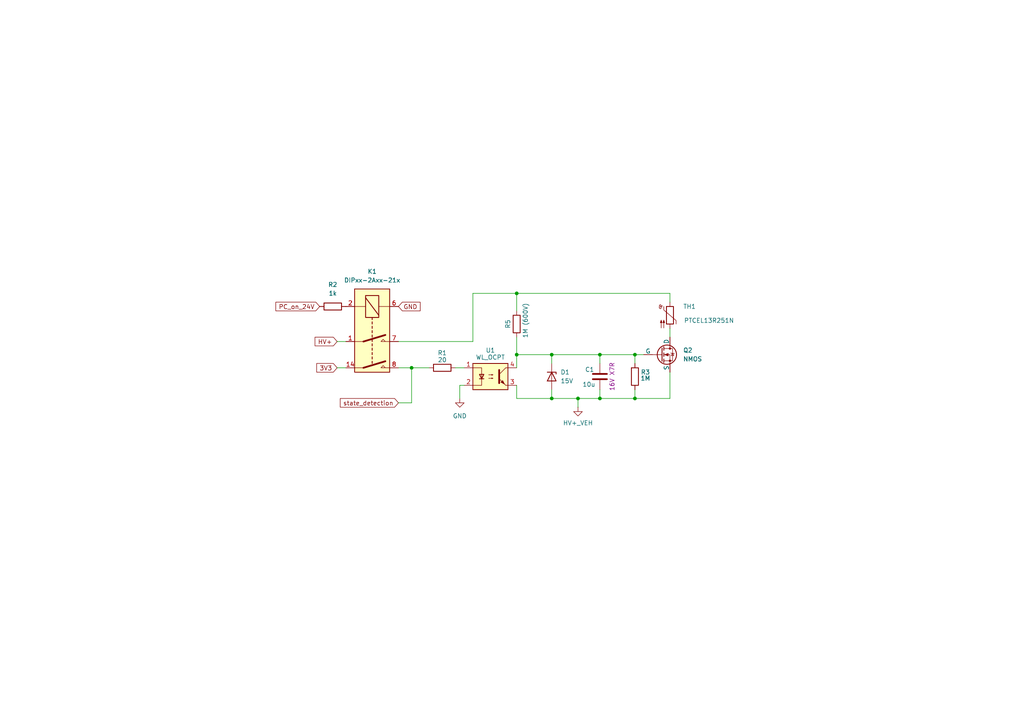
<source format=kicad_sch>
(kicad_sch
	(version 20231120)
	(generator "eeschema")
	(generator_version "8.0")
	(uuid "ab3adbd4-6086-4416-bada-760da338c591")
	(paper "A4")
	(lib_symbols
		(symbol "Device:C"
			(pin_numbers hide)
			(pin_names
				(offset 0.254)
			)
			(exclude_from_sim no)
			(in_bom yes)
			(on_board yes)
			(property "Reference" "C"
				(at 0.635 2.54 0)
				(effects
					(font
						(size 1.27 1.27)
					)
					(justify left)
				)
			)
			(property "Value" "C"
				(at 0.635 -2.54 0)
				(effects
					(font
						(size 1.27 1.27)
					)
					(justify left)
				)
			)
			(property "Footprint" ""
				(at 0.9652 -3.81 0)
				(effects
					(font
						(size 1.27 1.27)
					)
					(hide yes)
				)
			)
			(property "Datasheet" "~"
				(at 0 0 0)
				(effects
					(font
						(size 1.27 1.27)
					)
					(hide yes)
				)
			)
			(property "Description" "Unpolarized capacitor"
				(at 0 0 0)
				(effects
					(font
						(size 1.27 1.27)
					)
					(hide yes)
				)
			)
			(property "ki_keywords" "cap capacitor"
				(at 0 0 0)
				(effects
					(font
						(size 1.27 1.27)
					)
					(hide yes)
				)
			)
			(property "ki_fp_filters" "C_*"
				(at 0 0 0)
				(effects
					(font
						(size 1.27 1.27)
					)
					(hide yes)
				)
			)
			(symbol "C_0_1"
				(polyline
					(pts
						(xy -2.032 -0.762) (xy 2.032 -0.762)
					)
					(stroke
						(width 0.508)
						(type default)
					)
					(fill
						(type none)
					)
				)
				(polyline
					(pts
						(xy -2.032 0.762) (xy 2.032 0.762)
					)
					(stroke
						(width 0.508)
						(type default)
					)
					(fill
						(type none)
					)
				)
			)
			(symbol "C_1_1"
				(pin passive line
					(at 0 3.81 270)
					(length 2.794)
					(name "~"
						(effects
							(font
								(size 1.27 1.27)
							)
						)
					)
					(number "1"
						(effects
							(font
								(size 1.27 1.27)
							)
						)
					)
				)
				(pin passive line
					(at 0 -3.81 90)
					(length 2.794)
					(name "~"
						(effects
							(font
								(size 1.27 1.27)
							)
						)
					)
					(number "2"
						(effects
							(font
								(size 1.27 1.27)
							)
						)
					)
				)
			)
		)
		(symbol "Device:D_Zener"
			(pin_numbers hide)
			(pin_names
				(offset 1.016) hide)
			(exclude_from_sim no)
			(in_bom yes)
			(on_board yes)
			(property "Reference" "D"
				(at 0 2.54 0)
				(effects
					(font
						(size 1.27 1.27)
					)
				)
			)
			(property "Value" "D_Zener"
				(at 0 -2.54 0)
				(effects
					(font
						(size 1.27 1.27)
					)
				)
			)
			(property "Footprint" ""
				(at 0 0 0)
				(effects
					(font
						(size 1.27 1.27)
					)
					(hide yes)
				)
			)
			(property "Datasheet" "~"
				(at 0 0 0)
				(effects
					(font
						(size 1.27 1.27)
					)
					(hide yes)
				)
			)
			(property "Description" "Zener diode"
				(at 0 0 0)
				(effects
					(font
						(size 1.27 1.27)
					)
					(hide yes)
				)
			)
			(property "ki_keywords" "diode"
				(at 0 0 0)
				(effects
					(font
						(size 1.27 1.27)
					)
					(hide yes)
				)
			)
			(property "ki_fp_filters" "TO-???* *_Diode_* *SingleDiode* D_*"
				(at 0 0 0)
				(effects
					(font
						(size 1.27 1.27)
					)
					(hide yes)
				)
			)
			(symbol "D_Zener_0_1"
				(polyline
					(pts
						(xy 1.27 0) (xy -1.27 0)
					)
					(stroke
						(width 0)
						(type default)
					)
					(fill
						(type none)
					)
				)
				(polyline
					(pts
						(xy -1.27 -1.27) (xy -1.27 1.27) (xy -0.762 1.27)
					)
					(stroke
						(width 0.254)
						(type default)
					)
					(fill
						(type none)
					)
				)
				(polyline
					(pts
						(xy 1.27 -1.27) (xy 1.27 1.27) (xy -1.27 0) (xy 1.27 -1.27)
					)
					(stroke
						(width 0.254)
						(type default)
					)
					(fill
						(type none)
					)
				)
			)
			(symbol "D_Zener_1_1"
				(pin passive line
					(at -3.81 0 0)
					(length 2.54)
					(name "K"
						(effects
							(font
								(size 1.27 1.27)
							)
						)
					)
					(number "1"
						(effects
							(font
								(size 1.27 1.27)
							)
						)
					)
				)
				(pin passive line
					(at 3.81 0 180)
					(length 2.54)
					(name "A"
						(effects
							(font
								(size 1.27 1.27)
							)
						)
					)
					(number "2"
						(effects
							(font
								(size 1.27 1.27)
							)
						)
					)
				)
			)
		)
		(symbol "Device:R"
			(pin_numbers hide)
			(pin_names
				(offset 0)
			)
			(exclude_from_sim no)
			(in_bom yes)
			(on_board yes)
			(property "Reference" "R"
				(at 2.032 0 90)
				(effects
					(font
						(size 1.27 1.27)
					)
				)
			)
			(property "Value" "R"
				(at 0 0 90)
				(effects
					(font
						(size 1.27 1.27)
					)
				)
			)
			(property "Footprint" ""
				(at -1.778 0 90)
				(effects
					(font
						(size 1.27 1.27)
					)
					(hide yes)
				)
			)
			(property "Datasheet" "~"
				(at 0 0 0)
				(effects
					(font
						(size 1.27 1.27)
					)
					(hide yes)
				)
			)
			(property "Description" "Resistor"
				(at 0 0 0)
				(effects
					(font
						(size 1.27 1.27)
					)
					(hide yes)
				)
			)
			(property "ki_keywords" "R res resistor"
				(at 0 0 0)
				(effects
					(font
						(size 1.27 1.27)
					)
					(hide yes)
				)
			)
			(property "ki_fp_filters" "R_*"
				(at 0 0 0)
				(effects
					(font
						(size 1.27 1.27)
					)
					(hide yes)
				)
			)
			(symbol "R_0_1"
				(rectangle
					(start -1.016 -2.54)
					(end 1.016 2.54)
					(stroke
						(width 0.254)
						(type default)
					)
					(fill
						(type none)
					)
				)
			)
			(symbol "R_1_1"
				(pin passive line
					(at 0 3.81 270)
					(length 1.27)
					(name "~"
						(effects
							(font
								(size 1.27 1.27)
							)
						)
					)
					(number "1"
						(effects
							(font
								(size 1.27 1.27)
							)
						)
					)
				)
				(pin passive line
					(at 0 -3.81 90)
					(length 1.27)
					(name "~"
						(effects
							(font
								(size 1.27 1.27)
							)
						)
					)
					(number "2"
						(effects
							(font
								(size 1.27 1.27)
							)
						)
					)
				)
			)
		)
		(symbol "Device:Thermistor_PTC"
			(pin_numbers hide)
			(pin_names
				(offset 0)
			)
			(exclude_from_sim no)
			(in_bom yes)
			(on_board yes)
			(property "Reference" "TH"
				(at -4.064 0 90)
				(effects
					(font
						(size 1.27 1.27)
					)
				)
			)
			(property "Value" "Thermistor_PTC"
				(at 3.048 0 90)
				(effects
					(font
						(size 1.27 1.27)
					)
				)
			)
			(property "Footprint" ""
				(at 1.27 -5.08 0)
				(effects
					(font
						(size 1.27 1.27)
					)
					(justify left)
					(hide yes)
				)
			)
			(property "Datasheet" "~"
				(at 0 0 0)
				(effects
					(font
						(size 1.27 1.27)
					)
					(hide yes)
				)
			)
			(property "Description" "Temperature dependent resistor, positive temperature coefficient"
				(at 0 0 0)
				(effects
					(font
						(size 1.27 1.27)
					)
					(hide yes)
				)
			)
			(property "ki_keywords" "resistor PTC thermistor sensor RTD"
				(at 0 0 0)
				(effects
					(font
						(size 1.27 1.27)
					)
					(hide yes)
				)
			)
			(property "ki_fp_filters" "*PTC* *Thermistor* PIN?ARRAY* bornier* *Terminal?Block* R_*"
				(at 0 0 0)
				(effects
					(font
						(size 1.27 1.27)
					)
					(hide yes)
				)
			)
			(symbol "Thermistor_PTC_0_1"
				(arc
					(start -3.048 2.159)
					(mid -3.0495 2.3143)
					(end -3.175 2.413)
					(stroke
						(width 0)
						(type default)
					)
					(fill
						(type none)
					)
				)
				(arc
					(start -3.048 2.159)
					(mid -2.9736 1.9794)
					(end -2.794 1.905)
					(stroke
						(width 0)
						(type default)
					)
					(fill
						(type none)
					)
				)
				(arc
					(start -3.048 2.794)
					(mid -2.9736 2.6144)
					(end -2.794 2.54)
					(stroke
						(width 0)
						(type default)
					)
					(fill
						(type none)
					)
				)
				(arc
					(start -2.794 1.905)
					(mid -2.6144 1.9794)
					(end -2.54 2.159)
					(stroke
						(width 0)
						(type default)
					)
					(fill
						(type none)
					)
				)
				(arc
					(start -2.794 2.54)
					(mid -2.4393 2.5587)
					(end -2.159 2.794)
					(stroke
						(width 0)
						(type default)
					)
					(fill
						(type none)
					)
				)
				(arc
					(start -2.794 3.048)
					(mid -2.9736 2.9736)
					(end -3.048 2.794)
					(stroke
						(width 0)
						(type default)
					)
					(fill
						(type none)
					)
				)
				(arc
					(start -2.54 2.794)
					(mid -2.6144 2.9736)
					(end -2.794 3.048)
					(stroke
						(width 0)
						(type default)
					)
					(fill
						(type none)
					)
				)
				(rectangle
					(start -1.016 2.54)
					(end 1.016 -2.54)
					(stroke
						(width 0.254)
						(type default)
					)
					(fill
						(type none)
					)
				)
				(polyline
					(pts
						(xy -2.54 2.159) (xy -2.54 2.794)
					)
					(stroke
						(width 0)
						(type default)
					)
					(fill
						(type none)
					)
				)
				(polyline
					(pts
						(xy -1.778 2.54) (xy -1.778 1.524) (xy 1.778 -1.524) (xy 1.778 -2.54)
					)
					(stroke
						(width 0)
						(type default)
					)
					(fill
						(type none)
					)
				)
				(polyline
					(pts
						(xy -2.54 -3.683) (xy -2.54 -1.397) (xy -2.794 -2.159) (xy -2.286 -2.159) (xy -2.54 -1.397) (xy -2.54 -1.651)
					)
					(stroke
						(width 0)
						(type default)
					)
					(fill
						(type outline)
					)
				)
				(polyline
					(pts
						(xy -1.778 -3.683) (xy -1.778 -1.397) (xy -2.032 -2.159) (xy -1.524 -2.159) (xy -1.778 -1.397)
						(xy -1.778 -1.651)
					)
					(stroke
						(width 0)
						(type default)
					)
					(fill
						(type outline)
					)
				)
			)
			(symbol "Thermistor_PTC_1_1"
				(pin passive line
					(at 0 3.81 270)
					(length 1.27)
					(name "~"
						(effects
							(font
								(size 1.27 1.27)
							)
						)
					)
					(number "1"
						(effects
							(font
								(size 1.27 1.27)
							)
						)
					)
				)
				(pin passive line
					(at 0 -3.81 90)
					(length 1.27)
					(name "~"
						(effects
							(font
								(size 1.27 1.27)
							)
						)
					)
					(number "2"
						(effects
							(font
								(size 1.27 1.27)
							)
						)
					)
				)
			)
		)
		(symbol "Isolator:FODM217A"
			(exclude_from_sim no)
			(in_bom yes)
			(on_board yes)
			(property "Reference" "U4"
				(at 1.27 7.62 0)
				(effects
					(font
						(size 1.27 1.27)
					)
				)
			)
			(property "Value" "WL_OCDA"
				(at 1.27 5.588 0)
				(effects
					(font
						(size 1.27 1.27)
					)
				)
			)
			(property "Footprint" "Package_SO:SOP-4_4.4x2.6mm_P1.27mm"
				(at 0 -5.08 0)
				(effects
					(font
						(size 1.27 1.27)
						(italic yes)
					)
					(hide yes)
				)
			)
			(property "Datasheet" ""
				(at 0 0 0)
				(effects
					(font
						(size 1.27 1.27)
					)
					(justify left)
					(hide yes)
				)
			)
			(property "Description" "141352145000"
				(at 0 0 0)
				(effects
					(font
						(size 1.27 1.27)
					)
					(hide yes)
				)
			)
			(property "ki_keywords" "DC Phototransistor Optocoupler"
				(at 0 0 0)
				(effects
					(font
						(size 1.27 1.27)
					)
					(hide yes)
				)
			)
			(property "ki_fp_filters" "SOP*4.4x2.6mm*P1.27mm*"
				(at 0 0 0)
				(effects
					(font
						(size 1.27 1.27)
					)
					(hide yes)
				)
			)
			(symbol "FODM217A_0_1"
				(rectangle
					(start -5.08 3.81)
					(end 5.08 -3.81)
					(stroke
						(width 0.254)
						(type default)
					)
					(fill
						(type background)
					)
				)
				(polyline
					(pts
						(xy -3.175 -0.635) (xy -1.905 -0.635)
					)
					(stroke
						(width 0.254)
						(type default)
					)
					(fill
						(type none)
					)
				)
				(polyline
					(pts
						(xy 2.54 0.635) (xy 4.445 2.54)
					)
					(stroke
						(width 0)
						(type default)
					)
					(fill
						(type none)
					)
				)
				(polyline
					(pts
						(xy 4.445 -2.54) (xy 2.54 -0.635)
					)
					(stroke
						(width 0)
						(type default)
					)
					(fill
						(type outline)
					)
				)
				(polyline
					(pts
						(xy 4.445 -2.54) (xy 5.08 -2.54)
					)
					(stroke
						(width 0)
						(type default)
					)
					(fill
						(type none)
					)
				)
				(polyline
					(pts
						(xy 4.445 2.54) (xy 5.08 2.54)
					)
					(stroke
						(width 0)
						(type default)
					)
					(fill
						(type none)
					)
				)
				(polyline
					(pts
						(xy -5.08 2.54) (xy -2.54 2.54) (xy -2.54 -0.635)
					)
					(stroke
						(width 0)
						(type default)
					)
					(fill
						(type none)
					)
				)
				(polyline
					(pts
						(xy -2.54 -0.635) (xy -2.54 -2.54) (xy -5.08 -2.54)
					)
					(stroke
						(width 0)
						(type default)
					)
					(fill
						(type none)
					)
				)
				(polyline
					(pts
						(xy 2.54 1.905) (xy 2.54 -1.905) (xy 2.54 -1.905)
					)
					(stroke
						(width 0.508)
						(type default)
					)
					(fill
						(type none)
					)
				)
				(polyline
					(pts
						(xy -2.54 -0.635) (xy -3.175 0.635) (xy -1.905 0.635) (xy -2.54 -0.635)
					)
					(stroke
						(width 0.254)
						(type default)
					)
					(fill
						(type none)
					)
				)
				(polyline
					(pts
						(xy -0.508 -0.508) (xy 0.762 -0.508) (xy 0.381 -0.635) (xy 0.381 -0.381) (xy 0.762 -0.508)
					)
					(stroke
						(width 0)
						(type default)
					)
					(fill
						(type none)
					)
				)
				(polyline
					(pts
						(xy -0.508 0.508) (xy 0.762 0.508) (xy 0.381 0.381) (xy 0.381 0.635) (xy 0.762 0.508)
					)
					(stroke
						(width 0)
						(type default)
					)
					(fill
						(type none)
					)
				)
				(polyline
					(pts
						(xy 3.048 -1.651) (xy 3.556 -1.143) (xy 4.064 -2.159) (xy 3.048 -1.651) (xy 3.048 -1.651)
					)
					(stroke
						(width 0)
						(type default)
					)
					(fill
						(type outline)
					)
				)
			)
			(symbol "FODM217A_1_1"
				(pin passive line
					(at -7.62 2.54 0)
					(length 2.54)
					(name "~"
						(effects
							(font
								(size 1.27 1.27)
							)
						)
					)
					(number "1"
						(effects
							(font
								(size 1.27 1.27)
							)
						)
					)
				)
				(pin passive line
					(at -7.62 -2.54 0)
					(length 2.54)
					(name "~"
						(effects
							(font
								(size 1.27 1.27)
							)
						)
					)
					(number "2"
						(effects
							(font
								(size 1.27 1.27)
							)
						)
					)
				)
				(pin passive line
					(at 7.62 -2.54 180)
					(length 2.54)
					(name "~"
						(effects
							(font
								(size 1.27 1.27)
							)
						)
					)
					(number "3"
						(effects
							(font
								(size 1.27 1.27)
							)
						)
					)
				)
				(pin passive line
					(at 7.62 2.54 180)
					(length 2.54)
					(name "~"
						(effects
							(font
								(size 1.27 1.27)
							)
						)
					)
					(number "4"
						(effects
							(font
								(size 1.27 1.27)
							)
						)
					)
				)
			)
		)
		(symbol "Relay:DIPxx-2Axx-21x"
			(exclude_from_sim no)
			(in_bom yes)
			(on_board yes)
			(property "Reference" "K"
				(at 12.7 3.81 0)
				(effects
					(font
						(size 1.27 1.27)
					)
					(justify left)
				)
			)
			(property "Value" "DIPxx-2Axx-21x"
				(at 12.7 1.27 0)
				(effects
					(font
						(size 1.27 1.27)
					)
					(justify left)
				)
			)
			(property "Footprint" "Relay_THT:Relay_StandexMeder_DIP_LowProfile"
				(at 12.7 -1.27 0)
				(effects
					(font
						(size 1.27 1.27)
					)
					(justify left)
					(hide yes)
				)
			)
			(property "Datasheet" "https://standexelectronics.com/wp-content/uploads/datasheet_reed_relay_DIP.pdf"
				(at 0 0 0)
				(effects
					(font
						(size 1.27 1.27)
					)
					(hide yes)
				)
			)
			(property "Description" "Standex Meder DIP reed relay, DPST, Closing Contacts"
				(at 0 0 0)
				(effects
					(font
						(size 1.27 1.27)
					)
					(hide yes)
				)
			)
			(property "ki_keywords" "Single Pole Reed Relay DPST"
				(at 0 0 0)
				(effects
					(font
						(size 1.27 1.27)
					)
					(hide yes)
				)
			)
			(property "ki_fp_filters" "Relay*StandexMeder*DIP*LowProfile*"
				(at 0 0 0)
				(effects
					(font
						(size 1.27 1.27)
					)
					(hide yes)
				)
			)
			(symbol "DIPxx-2Axx-21x_0_0"
				(polyline
					(pts
						(xy 2.54 5.08) (xy 2.54 2.54) (xy 1.905 3.175) (xy 2.54 3.81)
					)
					(stroke
						(width 0)
						(type default)
					)
					(fill
						(type none)
					)
				)
				(polyline
					(pts
						(xy 10.16 5.08) (xy 10.16 2.54) (xy 9.525 3.175) (xy 10.16 3.81)
					)
					(stroke
						(width 0)
						(type default)
					)
					(fill
						(type none)
					)
				)
			)
			(symbol "DIPxx-2Axx-21x_0_1"
				(rectangle
					(start -12.7 5.08)
					(end 11.43 -5.08)
					(stroke
						(width 0.254)
						(type default)
					)
					(fill
						(type background)
					)
				)
				(rectangle
					(start -10.795 1.905)
					(end -4.445 -1.905)
					(stroke
						(width 0.254)
						(type default)
					)
					(fill
						(type none)
					)
				)
				(polyline
					(pts
						(xy -10.16 -1.905) (xy -5.08 1.905)
					)
					(stroke
						(width 0.254)
						(type default)
					)
					(fill
						(type none)
					)
				)
				(polyline
					(pts
						(xy -7.62 -5.08) (xy -7.62 -1.905)
					)
					(stroke
						(width 0)
						(type default)
					)
					(fill
						(type none)
					)
				)
				(polyline
					(pts
						(xy -7.62 5.08) (xy -7.62 1.905)
					)
					(stroke
						(width 0)
						(type default)
					)
					(fill
						(type none)
					)
				)
				(polyline
					(pts
						(xy -4.445 0) (xy -3.81 0)
					)
					(stroke
						(width 0.254)
						(type default)
					)
					(fill
						(type none)
					)
				)
				(polyline
					(pts
						(xy -3.175 0) (xy -2.54 0)
					)
					(stroke
						(width 0.254)
						(type default)
					)
					(fill
						(type none)
					)
				)
				(polyline
					(pts
						(xy -1.905 0) (xy -1.27 0)
					)
					(stroke
						(width 0.254)
						(type default)
					)
					(fill
						(type none)
					)
				)
				(polyline
					(pts
						(xy -0.635 0) (xy 0 0)
					)
					(stroke
						(width 0.254)
						(type default)
					)
					(fill
						(type none)
					)
				)
				(polyline
					(pts
						(xy 0.635 0) (xy 1.27 0)
					)
					(stroke
						(width 0.254)
						(type default)
					)
					(fill
						(type none)
					)
				)
				(polyline
					(pts
						(xy 1.905 0) (xy 2.54 0)
					)
					(stroke
						(width 0.254)
						(type default)
					)
					(fill
						(type none)
					)
				)
				(polyline
					(pts
						(xy 2.54 -2.54) (xy 0.635 3.81)
					)
					(stroke
						(width 0.508)
						(type default)
					)
					(fill
						(type none)
					)
				)
				(polyline
					(pts
						(xy 2.54 -2.54) (xy 2.54 -5.08)
					)
					(stroke
						(width 0)
						(type default)
					)
					(fill
						(type none)
					)
				)
				(polyline
					(pts
						(xy 3.175 0) (xy 3.81 0)
					)
					(stroke
						(width 0.254)
						(type default)
					)
					(fill
						(type none)
					)
				)
				(polyline
					(pts
						(xy 4.445 0) (xy 5.08 0)
					)
					(stroke
						(width 0.254)
						(type default)
					)
					(fill
						(type none)
					)
				)
				(polyline
					(pts
						(xy 5.715 0) (xy 6.35 0)
					)
					(stroke
						(width 0.254)
						(type default)
					)
					(fill
						(type none)
					)
				)
				(polyline
					(pts
						(xy 6.985 0) (xy 7.62 0)
					)
					(stroke
						(width 0.254)
						(type default)
					)
					(fill
						(type none)
					)
				)
				(polyline
					(pts
						(xy 8.255 0) (xy 8.89 0)
					)
					(stroke
						(width 0.254)
						(type default)
					)
					(fill
						(type none)
					)
				)
				(polyline
					(pts
						(xy 10.16 -2.54) (xy 8.255 3.81)
					)
					(stroke
						(width 0.508)
						(type default)
					)
					(fill
						(type none)
					)
				)
				(polyline
					(pts
						(xy 10.16 -2.54) (xy 10.16 -5.08)
					)
					(stroke
						(width 0)
						(type default)
					)
					(fill
						(type none)
					)
				)
			)
			(symbol "DIPxx-2Axx-21x_1_1"
				(pin passive line
					(at 2.54 -7.62 90)
					(length 2.54)
					(name "~"
						(effects
							(font
								(size 1.27 1.27)
							)
						)
					)
					(number "1"
						(effects
							(font
								(size 1.27 1.27)
							)
						)
					)
				)
				(pin passive line
					(at 10.16 -7.62 90)
					(length 2.54)
					(name "~"
						(effects
							(font
								(size 1.27 1.27)
							)
						)
					)
					(number "14"
						(effects
							(font
								(size 1.27 1.27)
							)
						)
					)
				)
				(pin passive line
					(at -7.62 -7.62 90)
					(length 2.54)
					(name "~"
						(effects
							(font
								(size 1.27 1.27)
							)
						)
					)
					(number "2"
						(effects
							(font
								(size 1.27 1.27)
							)
						)
					)
				)
				(pin passive line
					(at -7.62 7.62 270)
					(length 2.54)
					(name "~"
						(effects
							(font
								(size 1.27 1.27)
							)
						)
					)
					(number "6"
						(effects
							(font
								(size 1.27 1.27)
							)
						)
					)
				)
				(pin passive line
					(at 2.54 7.62 270)
					(length 2.54)
					(name "~"
						(effects
							(font
								(size 1.27 1.27)
							)
						)
					)
					(number "7"
						(effects
							(font
								(size 1.27 1.27)
							)
						)
					)
				)
				(pin passive line
					(at 10.16 7.62 270)
					(length 2.54)
					(name "~"
						(effects
							(font
								(size 1.27 1.27)
							)
						)
					)
					(number "8"
						(effects
							(font
								(size 1.27 1.27)
							)
						)
					)
				)
			)
		)
		(symbol "Simulation_SPICE:NMOS"
			(pin_numbers hide)
			(pin_names
				(offset 0)
			)
			(exclude_from_sim no)
			(in_bom yes)
			(on_board yes)
			(property "Reference" "Q"
				(at 5.08 1.27 0)
				(effects
					(font
						(size 1.27 1.27)
					)
					(justify left)
				)
			)
			(property "Value" "NMOS"
				(at 5.08 -1.27 0)
				(effects
					(font
						(size 1.27 1.27)
					)
					(justify left)
				)
			)
			(property "Footprint" ""
				(at 5.08 2.54 0)
				(effects
					(font
						(size 1.27 1.27)
					)
					(hide yes)
				)
			)
			(property "Datasheet" "https://ngspice.sourceforge.io/docs/ngspice-html-manual/manual.xhtml#cha_MOSFETs"
				(at 0 -12.7 0)
				(effects
					(font
						(size 1.27 1.27)
					)
					(hide yes)
				)
			)
			(property "Description" "N-MOSFET transistor, drain/source/gate"
				(at 0 0 0)
				(effects
					(font
						(size 1.27 1.27)
					)
					(hide yes)
				)
			)
			(property "Sim.Device" "NMOS"
				(at 0 -17.145 0)
				(effects
					(font
						(size 1.27 1.27)
					)
					(hide yes)
				)
			)
			(property "Sim.Type" "VDMOS"
				(at 0 -19.05 0)
				(effects
					(font
						(size 1.27 1.27)
					)
					(hide yes)
				)
			)
			(property "Sim.Pins" "1=D 2=G 3=S"
				(at 0 -15.24 0)
				(effects
					(font
						(size 1.27 1.27)
					)
					(hide yes)
				)
			)
			(property "ki_keywords" "transistor NMOS N-MOS N-MOSFET simulation"
				(at 0 0 0)
				(effects
					(font
						(size 1.27 1.27)
					)
					(hide yes)
				)
			)
			(symbol "NMOS_0_1"
				(polyline
					(pts
						(xy 0.254 0) (xy -2.54 0)
					)
					(stroke
						(width 0)
						(type default)
					)
					(fill
						(type none)
					)
				)
				(polyline
					(pts
						(xy 0.254 1.905) (xy 0.254 -1.905)
					)
					(stroke
						(width 0.254)
						(type default)
					)
					(fill
						(type none)
					)
				)
				(polyline
					(pts
						(xy 0.762 -1.27) (xy 0.762 -2.286)
					)
					(stroke
						(width 0.254)
						(type default)
					)
					(fill
						(type none)
					)
				)
				(polyline
					(pts
						(xy 0.762 0.508) (xy 0.762 -0.508)
					)
					(stroke
						(width 0.254)
						(type default)
					)
					(fill
						(type none)
					)
				)
				(polyline
					(pts
						(xy 0.762 2.286) (xy 0.762 1.27)
					)
					(stroke
						(width 0.254)
						(type default)
					)
					(fill
						(type none)
					)
				)
				(polyline
					(pts
						(xy 2.54 2.54) (xy 2.54 1.778)
					)
					(stroke
						(width 0)
						(type default)
					)
					(fill
						(type none)
					)
				)
				(polyline
					(pts
						(xy 2.54 -2.54) (xy 2.54 0) (xy 0.762 0)
					)
					(stroke
						(width 0)
						(type default)
					)
					(fill
						(type none)
					)
				)
				(polyline
					(pts
						(xy 0.762 -1.778) (xy 3.302 -1.778) (xy 3.302 1.778) (xy 0.762 1.778)
					)
					(stroke
						(width 0)
						(type default)
					)
					(fill
						(type none)
					)
				)
				(polyline
					(pts
						(xy 1.016 0) (xy 2.032 0.381) (xy 2.032 -0.381) (xy 1.016 0)
					)
					(stroke
						(width 0)
						(type default)
					)
					(fill
						(type outline)
					)
				)
				(polyline
					(pts
						(xy 2.794 0.508) (xy 2.921 0.381) (xy 3.683 0.381) (xy 3.81 0.254)
					)
					(stroke
						(width 0)
						(type default)
					)
					(fill
						(type none)
					)
				)
				(polyline
					(pts
						(xy 3.302 0.381) (xy 2.921 -0.254) (xy 3.683 -0.254) (xy 3.302 0.381)
					)
					(stroke
						(width 0)
						(type default)
					)
					(fill
						(type none)
					)
				)
				(circle
					(center 1.651 0)
					(radius 2.794)
					(stroke
						(width 0.254)
						(type default)
					)
					(fill
						(type none)
					)
				)
				(circle
					(center 2.54 -1.778)
					(radius 0.254)
					(stroke
						(width 0)
						(type default)
					)
					(fill
						(type outline)
					)
				)
				(circle
					(center 2.54 1.778)
					(radius 0.254)
					(stroke
						(width 0)
						(type default)
					)
					(fill
						(type outline)
					)
				)
			)
			(symbol "NMOS_1_1"
				(pin passive line
					(at 2.54 5.08 270)
					(length 2.54)
					(name "D"
						(effects
							(font
								(size 1.27 1.27)
							)
						)
					)
					(number "1"
						(effects
							(font
								(size 1.27 1.27)
							)
						)
					)
				)
				(pin input line
					(at -5.08 0 0)
					(length 2.54)
					(name "G"
						(effects
							(font
								(size 1.27 1.27)
							)
						)
					)
					(number "2"
						(effects
							(font
								(size 1.27 1.27)
							)
						)
					)
				)
				(pin passive line
					(at 2.54 -5.08 90)
					(length 2.54)
					(name "S"
						(effects
							(font
								(size 1.27 1.27)
							)
						)
					)
					(number "3"
						(effects
							(font
								(size 1.27 1.27)
							)
						)
					)
				)
			)
		)
		(symbol "power:GND"
			(power)
			(pin_numbers hide)
			(pin_names
				(offset 0) hide)
			(exclude_from_sim no)
			(in_bom yes)
			(on_board yes)
			(property "Reference" "#PWR"
				(at 0 -6.35 0)
				(effects
					(font
						(size 1.27 1.27)
					)
					(hide yes)
				)
			)
			(property "Value" "GND"
				(at 0 -3.81 0)
				(effects
					(font
						(size 1.27 1.27)
					)
				)
			)
			(property "Footprint" ""
				(at 0 0 0)
				(effects
					(font
						(size 1.27 1.27)
					)
					(hide yes)
				)
			)
			(property "Datasheet" ""
				(at 0 0 0)
				(effects
					(font
						(size 1.27 1.27)
					)
					(hide yes)
				)
			)
			(property "Description" "Power symbol creates a global label with name \"GND\" , ground"
				(at 0 0 0)
				(effects
					(font
						(size 1.27 1.27)
					)
					(hide yes)
				)
			)
			(property "ki_keywords" "global power"
				(at 0 0 0)
				(effects
					(font
						(size 1.27 1.27)
					)
					(hide yes)
				)
			)
			(symbol "GND_0_1"
				(polyline
					(pts
						(xy 0 0) (xy 0 -1.27) (xy 1.27 -1.27) (xy 0 -2.54) (xy -1.27 -1.27) (xy 0 -1.27)
					)
					(stroke
						(width 0)
						(type default)
					)
					(fill
						(type none)
					)
				)
			)
			(symbol "GND_1_1"
				(pin power_in line
					(at 0 0 270)
					(length 0)
					(name "~"
						(effects
							(font
								(size 1.27 1.27)
							)
						)
					)
					(number "1"
						(effects
							(font
								(size 1.27 1.27)
							)
						)
					)
				)
			)
		)
	)
	(junction
		(at 184.15 102.87)
		(diameter 0)
		(color 0 0 0 0)
		(uuid "2baadf46-eb8c-43d4-b7b7-5ceb5ba6b3e3")
	)
	(junction
		(at 149.86 102.87)
		(diameter 0)
		(color 0 0 0 0)
		(uuid "2fb8ff7d-8252-49ed-aa12-9e17f4014f9e")
	)
	(junction
		(at 184.15 115.57)
		(diameter 0)
		(color 0 0 0 0)
		(uuid "31b28c39-6927-460f-96ee-84e92b4b68dc")
	)
	(junction
		(at 167.64 115.57)
		(diameter 0)
		(color 0 0 0 0)
		(uuid "7056a25a-a158-48ab-8e9c-d698077b1f42")
	)
	(junction
		(at 119.38 106.68)
		(diameter 0)
		(color 0 0 0 0)
		(uuid "7ff245ed-0ba4-4f0a-b7df-9005b71c3b80")
	)
	(junction
		(at 173.99 115.57)
		(diameter 0)
		(color 0 0 0 0)
		(uuid "86ba2c00-79f8-4479-aca2-25398b931ae8")
	)
	(junction
		(at 149.86 85.09)
		(diameter 0)
		(color 0 0 0 0)
		(uuid "895c60ca-15f9-4748-bd43-c7574fa095cb")
	)
	(junction
		(at 160.02 115.57)
		(diameter 0)
		(color 0 0 0 0)
		(uuid "dbc29249-75b0-487c-b45e-483970ee151d")
	)
	(junction
		(at 160.02 102.87)
		(diameter 0)
		(color 0 0 0 0)
		(uuid "fb6b054d-6d4a-46a1-bd29-28529202d1cf")
	)
	(junction
		(at 173.99 102.87)
		(diameter 0)
		(color 0 0 0 0)
		(uuid "fbba2ed0-dd5a-42b9-8412-252285e86daa")
	)
	(wire
		(pts
			(xy 149.86 115.57) (xy 160.02 115.57)
		)
		(stroke
			(width 0)
			(type default)
		)
		(uuid "025dbf3d-dbd6-42d8-96c7-a632ba6c86a2")
	)
	(wire
		(pts
			(xy 184.15 115.57) (xy 194.31 115.57)
		)
		(stroke
			(width 0)
			(type default)
		)
		(uuid "032d13f7-335e-49cf-8925-8f30fd1e7aa4")
	)
	(wire
		(pts
			(xy 149.86 85.09) (xy 149.86 90.17)
		)
		(stroke
			(width 0)
			(type default)
		)
		(uuid "03ae0f7b-f4b8-41cf-8585-46163dedefa4")
	)
	(wire
		(pts
			(xy 133.35 111.76) (xy 134.62 111.76)
		)
		(stroke
			(width 0)
			(type default)
		)
		(uuid "0bf0dd94-5c4b-4502-b5fa-bc4a77961dd5")
	)
	(wire
		(pts
			(xy 119.38 116.84) (xy 119.38 106.68)
		)
		(stroke
			(width 0)
			(type default)
		)
		(uuid "0f5a3bf2-35b3-4f13-9f3c-6282fc63b0be")
	)
	(wire
		(pts
			(xy 97.79 99.06) (xy 100.33 99.06)
		)
		(stroke
			(width 0)
			(type default)
		)
		(uuid "22149e41-3dfa-4d2e-8e9a-17f8b2ed1581")
	)
	(wire
		(pts
			(xy 173.99 113.03) (xy 173.99 115.57)
		)
		(stroke
			(width 0)
			(type default)
		)
		(uuid "29589e3b-6cbc-4fc0-b715-12a14d6f74e9")
	)
	(wire
		(pts
			(xy 160.02 102.87) (xy 173.99 102.87)
		)
		(stroke
			(width 0)
			(type default)
		)
		(uuid "2a6db832-3c23-403a-9b31-7fb75acf2989")
	)
	(wire
		(pts
			(xy 149.86 102.87) (xy 160.02 102.87)
		)
		(stroke
			(width 0)
			(type default)
		)
		(uuid "30af6909-cb66-4c6a-b9d3-94622c4230ab")
	)
	(wire
		(pts
			(xy 167.64 115.57) (xy 167.64 118.11)
		)
		(stroke
			(width 0)
			(type default)
		)
		(uuid "3ae9aaf5-8ec7-4614-8817-b1a449fbfe19")
	)
	(wire
		(pts
			(xy 184.15 102.87) (xy 184.15 105.41)
		)
		(stroke
			(width 0)
			(type default)
		)
		(uuid "4556f675-df4e-46c4-a3e6-cef941aff718")
	)
	(wire
		(pts
			(xy 137.16 99.06) (xy 137.16 85.09)
		)
		(stroke
			(width 0)
			(type default)
		)
		(uuid "4863b292-5ef2-40c8-b613-5d1bb82b13f3")
	)
	(wire
		(pts
			(xy 115.57 106.68) (xy 119.38 106.68)
		)
		(stroke
			(width 0)
			(type default)
		)
		(uuid "4ca9e6f2-bdf0-4bb8-b959-8415a951b13d")
	)
	(wire
		(pts
			(xy 119.38 106.68) (xy 124.46 106.68)
		)
		(stroke
			(width 0)
			(type default)
		)
		(uuid "50957c1b-751e-48d6-8c3b-d899262d41b3")
	)
	(wire
		(pts
			(xy 149.86 85.09) (xy 194.31 85.09)
		)
		(stroke
			(width 0)
			(type default)
		)
		(uuid "54b72699-f02f-4504-bfcc-210b603ee16b")
	)
	(wire
		(pts
			(xy 133.35 115.57) (xy 133.35 111.76)
		)
		(stroke
			(width 0)
			(type default)
		)
		(uuid "62d5f630-435e-4dd2-96b5-020ebf64977d")
	)
	(wire
		(pts
			(xy 173.99 102.87) (xy 173.99 105.41)
		)
		(stroke
			(width 0)
			(type default)
		)
		(uuid "7461d3e9-b65f-4f2b-902a-01ee4ed3a6e3")
	)
	(wire
		(pts
			(xy 160.02 115.57) (xy 167.64 115.57)
		)
		(stroke
			(width 0)
			(type default)
		)
		(uuid "7cd71a66-683d-44b7-9c8c-bf95e5e1d557")
	)
	(wire
		(pts
			(xy 173.99 102.87) (xy 184.15 102.87)
		)
		(stroke
			(width 0)
			(type default)
		)
		(uuid "86b6163a-33b9-471c-a463-44131336de42")
	)
	(wire
		(pts
			(xy 149.86 106.68) (xy 149.86 102.87)
		)
		(stroke
			(width 0)
			(type default)
		)
		(uuid "8d2d7dc7-3a9c-4ddf-83ac-28c3887d862a")
	)
	(wire
		(pts
			(xy 194.31 85.09) (xy 194.31 87.63)
		)
		(stroke
			(width 0)
			(type default)
		)
		(uuid "9d74a1db-8fbf-4427-b633-de16f1a015cc")
	)
	(wire
		(pts
			(xy 149.86 111.76) (xy 149.86 115.57)
		)
		(stroke
			(width 0)
			(type default)
		)
		(uuid "9fb55fe1-142c-49d1-9755-cf1928cd8a1e")
	)
	(wire
		(pts
			(xy 184.15 113.03) (xy 184.15 115.57)
		)
		(stroke
			(width 0)
			(type default)
		)
		(uuid "9fbf6250-86f1-4b32-a33e-7e2d7ffbd61c")
	)
	(wire
		(pts
			(xy 115.57 116.84) (xy 119.38 116.84)
		)
		(stroke
			(width 0)
			(type default)
		)
		(uuid "a52f5b29-45f5-48a6-a46a-9e35ed047542")
	)
	(wire
		(pts
			(xy 160.02 113.03) (xy 160.02 115.57)
		)
		(stroke
			(width 0)
			(type default)
		)
		(uuid "b06b1f73-e30b-4dc4-bc77-54a28aa52ae8")
	)
	(wire
		(pts
			(xy 115.57 99.06) (xy 137.16 99.06)
		)
		(stroke
			(width 0)
			(type default)
		)
		(uuid "b1874da0-71a4-4a1b-8841-38213c7372d2")
	)
	(wire
		(pts
			(xy 149.86 97.79) (xy 149.86 102.87)
		)
		(stroke
			(width 0)
			(type default)
		)
		(uuid "b37100ea-096f-4b03-aaef-7e9c7f9a0ee0")
	)
	(wire
		(pts
			(xy 194.31 95.25) (xy 194.31 97.79)
		)
		(stroke
			(width 0)
			(type default)
		)
		(uuid "b5c9bd34-0659-4b0e-93f7-7831b877a96e")
	)
	(wire
		(pts
			(xy 160.02 102.87) (xy 160.02 105.41)
		)
		(stroke
			(width 0)
			(type default)
		)
		(uuid "b7a3a8d4-f28f-46a3-8659-9bc05487b336")
	)
	(wire
		(pts
			(xy 167.64 115.57) (xy 173.99 115.57)
		)
		(stroke
			(width 0)
			(type default)
		)
		(uuid "b9145e7e-50a6-44b6-a832-a9b102874b5c")
	)
	(wire
		(pts
			(xy 132.08 106.68) (xy 134.62 106.68)
		)
		(stroke
			(width 0)
			(type default)
		)
		(uuid "d1286279-0801-4231-a421-bd556d5bb819")
	)
	(wire
		(pts
			(xy 173.99 115.57) (xy 184.15 115.57)
		)
		(stroke
			(width 0)
			(type default)
		)
		(uuid "d3e9bf3b-60b7-42eb-99a0-04d69230ea52")
	)
	(wire
		(pts
			(xy 137.16 85.09) (xy 149.86 85.09)
		)
		(stroke
			(width 0)
			(type default)
		)
		(uuid "e717f92f-b397-4930-9c00-ffafb2ab4d61")
	)
	(wire
		(pts
			(xy 184.15 102.87) (xy 186.69 102.87)
		)
		(stroke
			(width 0)
			(type default)
		)
		(uuid "eecdadf9-dfa5-450c-aabe-918a64f6ebe9")
	)
	(wire
		(pts
			(xy 97.79 106.68) (xy 100.33 106.68)
		)
		(stroke
			(width 0)
			(type default)
		)
		(uuid "f3989845-9671-4b00-a25f-349f5cd834cb")
	)
	(wire
		(pts
			(xy 194.31 107.95) (xy 194.31 115.57)
		)
		(stroke
			(width 0)
			(type default)
		)
		(uuid "fed81e5f-7e5d-491f-83b9-aeca32755b26")
	)
	(global_label "state_detection"
		(shape input)
		(at 115.57 116.84 180)
		(fields_autoplaced yes)
		(effects
			(font
				(size 1.27 1.27)
			)
			(justify right)
		)
		(uuid "08f957b9-0783-4abc-b96a-7e25a54b30bc")
		(property "Intersheetrefs" "${INTERSHEET_REFS}"
			(at 98.1311 116.84 0)
			(effects
				(font
					(size 1.27 1.27)
				)
				(justify right)
				(hide yes)
			)
		)
	)
	(global_label "HV+"
		(shape input)
		(at 97.79 99.06 180)
		(fields_autoplaced yes)
		(effects
			(font
				(size 1.27 1.27)
			)
			(justify right)
		)
		(uuid "5679d3b1-f3ec-409f-97a7-9cdea013dfb0")
		(property "Intersheetrefs" "${INTERSHEET_REFS}"
			(at 90.8133 99.06 0)
			(effects
				(font
					(size 1.27 1.27)
				)
				(justify right)
				(hide yes)
			)
		)
	)
	(global_label "GND"
		(shape input)
		(at 115.57 88.9 0)
		(fields_autoplaced yes)
		(effects
			(font
				(size 1.27 1.27)
			)
			(justify left)
		)
		(uuid "9ffcedcd-feb1-42ec-bf80-fcd42ae433e9")
		(property "Intersheetrefs" "${INTERSHEET_REFS}"
			(at 122.4257 88.9 0)
			(effects
				(font
					(size 1.27 1.27)
				)
				(justify left)
				(hide yes)
			)
		)
	)
	(global_label "PC_on_24V"
		(shape input)
		(at 92.71 88.9 180)
		(fields_autoplaced yes)
		(effects
			(font
				(size 1.27 1.27)
			)
			(justify right)
		)
		(uuid "e292837e-6aed-43cf-8a60-da49e54bddc0")
		(property "Intersheetrefs" "${INTERSHEET_REFS}"
			(at 79.444 88.9 0)
			(effects
				(font
					(size 1.27 1.27)
				)
				(justify right)
				(hide yes)
			)
		)
	)
	(global_label "3V3"
		(shape input)
		(at 97.79 106.68 180)
		(fields_autoplaced yes)
		(effects
			(font
				(size 1.27 1.27)
			)
			(justify right)
		)
		(uuid "faa0a047-8225-4ffa-9d40-67c934bf8cff")
		(property "Intersheetrefs" "${INTERSHEET_REFS}"
			(at 91.2972 106.68 0)
			(effects
				(font
					(size 1.27 1.27)
				)
				(justify right)
				(hide yes)
			)
		)
	)
	(symbol
		(lib_id "Device:R")
		(at 128.27 106.68 90)
		(unit 1)
		(exclude_from_sim no)
		(in_bom yes)
		(on_board yes)
		(dnp no)
		(uuid "14b782f4-c411-4412-ae0a-6cb54dfd24d7")
		(property "Reference" "R1"
			(at 128.27 102.362 90)
			(effects
				(font
					(size 1.27 1.27)
				)
			)
		)
		(property "Value" "20"
			(at 128.27 104.394 90)
			(effects
				(font
					(size 1.27 1.27)
				)
			)
		)
		(property "Footprint" "Resistor_SMD:R_0603_1608Metric"
			(at 128.27 108.458 90)
			(effects
				(font
					(size 1.27 1.27)
				)
				(hide yes)
			)
		)
		(property "Datasheet" "~"
			(at 128.27 106.68 0)
			(effects
				(font
					(size 1.27 1.27)
				)
				(hide yes)
			)
		)
		(property "Description" ""
			(at 128.27 106.68 0)
			(effects
				(font
					(size 1.27 1.27)
				)
				(hide yes)
			)
		)
		(pin "1"
			(uuid "f2447455-bd95-47cc-981c-75c7fede8e6e")
		)
		(pin "2"
			(uuid "8809bc78-e204-4ed5-97a9-0651799afe7f")
		)
		(instances
			(project "precharge circuit"
				(path "/ab3adbd4-6086-4416-bada-760da338c591"
					(reference "R1")
					(unit 1)
				)
			)
		)
	)
	(symbol
		(lib_id "Device:C")
		(at 173.99 109.22 0)
		(unit 1)
		(exclude_from_sim no)
		(in_bom yes)
		(on_board yes)
		(dnp no)
		(uuid "23cb8a47-7d75-4826-a19a-0f8f10111b00")
		(property "Reference" "C1"
			(at 169.672 107.188 0)
			(effects
				(font
					(size 1.27 1.27)
				)
				(justify left)
			)
		)
		(property "Value" "10u"
			(at 168.91 111.506 0)
			(effects
				(font
					(size 1.27 1.27)
				)
				(justify left)
			)
		)
		(property "Footprint" "Capacitor_SMD:C_1210_3225Metric"
			(at 174.9552 113.03 0)
			(effects
				(font
					(size 1.27 1.27)
				)
				(hide yes)
			)
		)
		(property "Datasheet" "https://www.we-online.com/components/products/datasheet/885012209014.pdf"
			(at 173.99 109.22 0)
			(effects
				(font
					(size 1.27 1.27)
				)
				(hide yes)
			)
		)
		(property "Description" "Unpolarized capacitor"
			(at 173.99 109.22 0)
			(effects
				(font
					(size 1.27 1.27)
				)
				(hide yes)
			)
		)
		(property "Field5" "16V X7R"
			(at 177.546 109.22 90)
			(effects
				(font
					(size 1.27 1.27)
				)
			)
		)
		(pin "2"
			(uuid "df33e197-2bec-4abb-9240-1c9d8ce08ad3")
		)
		(pin "1"
			(uuid "f7fbb5a4-d1f2-4075-8e17-008c58101b1d")
		)
		(instances
			(project "precharge circuit"
				(path "/ab3adbd4-6086-4416-bada-760da338c591"
					(reference "C1")
					(unit 1)
				)
			)
		)
	)
	(symbol
		(lib_id "Device:D_Zener")
		(at 160.02 109.22 270)
		(unit 1)
		(exclude_from_sim no)
		(in_bom yes)
		(on_board yes)
		(dnp no)
		(fields_autoplaced yes)
		(uuid "3c422a8d-c1af-4e3e-ab3e-276efb041c1f")
		(property "Reference" "D1"
			(at 162.56 107.9499 90)
			(effects
				(font
					(size 1.27 1.27)
				)
				(justify left)
			)
		)
		(property "Value" "15V"
			(at 162.56 110.4899 90)
			(effects
				(font
					(size 1.27 1.27)
				)
				(justify left)
			)
		)
		(property "Footprint" ""
			(at 160.02 109.22 0)
			(effects
				(font
					(size 1.27 1.27)
				)
				(hide yes)
			)
		)
		(property "Datasheet" "~"
			(at 160.02 109.22 0)
			(effects
				(font
					(size 1.27 1.27)
				)
				(hide yes)
			)
		)
		(property "Description" "Zener diode"
			(at 160.02 109.22 0)
			(effects
				(font
					(size 1.27 1.27)
				)
				(hide yes)
			)
		)
		(pin "2"
			(uuid "93961065-225e-40c0-8677-27ad0561ca13")
		)
		(pin "1"
			(uuid "44be86b0-036e-4741-aaab-60f5c2ac8840")
		)
		(instances
			(project "precharge circuit"
				(path "/ab3adbd4-6086-4416-bada-760da338c591"
					(reference "D1")
					(unit 1)
				)
			)
		)
	)
	(symbol
		(lib_id "Device:R")
		(at 149.86 93.98 0)
		(unit 1)
		(exclude_from_sim no)
		(in_bom yes)
		(on_board yes)
		(dnp no)
		(uuid "548e59f0-ed11-4de2-ab22-cf26ce179ffa")
		(property "Reference" "R5"
			(at 147.32 93.98 90)
			(effects
				(font
					(size 1.27 1.27)
				)
			)
		)
		(property "Value" "1M (600V)"
			(at 152.4 92.964 90)
			(effects
				(font
					(size 1.27 1.27)
				)
			)
		)
		(property "Footprint" "Resistor_SMD:R_2010_5025Metric_Pad1.40x2.65mm_HandSolder"
			(at 148.082 93.98 90)
			(effects
				(font
					(size 1.27 1.27)
				)
				(hide yes)
			)
		)
		(property "Datasheet" "~"
			(at 149.86 93.98 0)
			(effects
				(font
					(size 1.27 1.27)
				)
				(hide yes)
			)
		)
		(property "Description" "Resistor"
			(at 149.86 93.98 0)
			(effects
				(font
					(size 1.27 1.27)
				)
				(hide yes)
			)
		)
		(pin "2"
			(uuid "d0e9ea99-1f24-4075-bc36-9b71d8705b5e")
		)
		(pin "1"
			(uuid "403824e5-277b-4912-9508-db69c7e43446")
		)
		(instances
			(project "precharge circuit"
				(path "/ab3adbd4-6086-4416-bada-760da338c591"
					(reference "R5")
					(unit 1)
				)
			)
		)
	)
	(symbol
		(lib_id "Isolator:FODM217A")
		(at 142.24 109.22 0)
		(unit 1)
		(exclude_from_sim no)
		(in_bom yes)
		(on_board yes)
		(dnp no)
		(uuid "575ccf15-b330-45fe-bcc2-29a391cdf8c2")
		(property "Reference" "U1"
			(at 142.24 101.6 0)
			(effects
				(font
					(size 1.27 1.27)
				)
			)
		)
		(property "Value" "WL_OCPT"
			(at 142.24 103.632 0)
			(effects
				(font
					(size 1.27 1.27)
				)
			)
		)
		(property "Footprint" "Package_SO:SOP-4_3.8x4.1mm_P2.54mm"
			(at 142.24 114.3 0)
			(effects
				(font
					(size 1.27 1.27)
					(italic yes)
				)
				(hide yes)
			)
		)
		(property "Datasheet" "https://www.we-online.com/components/products/datasheet/140356145200.pdf"
			(at 142.24 109.22 0)
			(effects
				(font
					(size 1.27 1.27)
				)
				(justify left)
				(hide yes)
			)
		)
		(property "Description" "140356145200"
			(at 142.24 109.22 0)
			(effects
				(font
					(size 1.27 1.27)
				)
				(hide yes)
			)
		)
		(pin "3"
			(uuid "26bfe485-a5e8-47d0-bb2d-110bbcade0c2")
		)
		(pin "4"
			(uuid "437ada72-eeb3-4599-a249-29ea76bd403a")
		)
		(pin "1"
			(uuid "52713683-2e07-41fa-8298-ca9e2fc81676")
		)
		(pin "2"
			(uuid "4783d7e4-25b9-4c29-9fa1-c68701b97ad8")
		)
		(instances
			(project "precharge circuit"
				(path "/ab3adbd4-6086-4416-bada-760da338c591"
					(reference "U1")
					(unit 1)
				)
			)
		)
	)
	(symbol
		(lib_id "power:GND")
		(at 167.64 118.11 0)
		(unit 1)
		(exclude_from_sim no)
		(in_bom yes)
		(on_board yes)
		(dnp no)
		(uuid "774d4404-d1f8-4748-ad9c-64007cbb7aef")
		(property "Reference" "#PWR02"
			(at 167.64 124.46 0)
			(effects
				(font
					(size 1.27 1.27)
				)
				(hide yes)
			)
		)
		(property "Value" "HV+_VEH"
			(at 167.64 122.682 0)
			(effects
				(font
					(size 1.27 1.27)
				)
			)
		)
		(property "Footprint" ""
			(at 167.64 118.11 0)
			(effects
				(font
					(size 1.27 1.27)
				)
				(hide yes)
			)
		)
		(property "Datasheet" ""
			(at 167.64 118.11 0)
			(effects
				(font
					(size 1.27 1.27)
				)
				(hide yes)
			)
		)
		(property "Description" "Power symbol creates a global label with name \"GND\" , ground"
			(at 167.64 118.11 0)
			(effects
				(font
					(size 1.27 1.27)
				)
				(hide yes)
			)
		)
		(pin "1"
			(uuid "cdb68128-45ba-410a-bce8-b0ad98cccbfc")
		)
		(instances
			(project "precharge circuit"
				(path "/ab3adbd4-6086-4416-bada-760da338c591"
					(reference "#PWR02")
					(unit 1)
				)
			)
		)
	)
	(symbol
		(lib_id "power:GND")
		(at 133.35 115.57 0)
		(unit 1)
		(exclude_from_sim no)
		(in_bom yes)
		(on_board yes)
		(dnp no)
		(fields_autoplaced yes)
		(uuid "7df729dd-de49-4c38-99ca-f133fd0550ef")
		(property "Reference" "#PWR01"
			(at 133.35 121.92 0)
			(effects
				(font
					(size 1.27 1.27)
				)
				(hide yes)
			)
		)
		(property "Value" "GND"
			(at 133.35 120.65 0)
			(effects
				(font
					(size 1.27 1.27)
				)
			)
		)
		(property "Footprint" ""
			(at 133.35 115.57 0)
			(effects
				(font
					(size 1.27 1.27)
				)
				(hide yes)
			)
		)
		(property "Datasheet" ""
			(at 133.35 115.57 0)
			(effects
				(font
					(size 1.27 1.27)
				)
				(hide yes)
			)
		)
		(property "Description" "Power symbol creates a global label with name \"GND\" , ground"
			(at 133.35 115.57 0)
			(effects
				(font
					(size 1.27 1.27)
				)
				(hide yes)
			)
		)
		(pin "1"
			(uuid "0db513d6-7aaa-43c1-a617-2360dcc8e4f1")
		)
		(instances
			(project "precharge circuit"
				(path "/ab3adbd4-6086-4416-bada-760da338c591"
					(reference "#PWR01")
					(unit 1)
				)
			)
		)
	)
	(symbol
		(lib_id "Device:R")
		(at 184.15 109.22 0)
		(unit 1)
		(exclude_from_sim no)
		(in_bom yes)
		(on_board yes)
		(dnp no)
		(uuid "8e86fa9c-b0cd-440c-b2e9-b35dd420e3cc")
		(property "Reference" "R3"
			(at 187.198 107.95 0)
			(effects
				(font
					(size 1.27 1.27)
				)
			)
		)
		(property "Value" "1M"
			(at 187.198 109.728 0)
			(effects
				(font
					(size 1.27 1.27)
				)
			)
		)
		(property "Footprint" "Resistor_SMD:R_2010_5025Metric_Pad1.40x2.65mm_HandSolder"
			(at 182.372 109.22 90)
			(effects
				(font
					(size 1.27 1.27)
				)
				(hide yes)
			)
		)
		(property "Datasheet" "~"
			(at 184.15 109.22 0)
			(effects
				(font
					(size 1.27 1.27)
				)
				(hide yes)
			)
		)
		(property "Description" "Resistor"
			(at 184.15 109.22 0)
			(effects
				(font
					(size 1.27 1.27)
				)
				(hide yes)
			)
		)
		(pin "2"
			(uuid "3d4f940c-321a-4c1d-876b-3d2cdd69d37c")
		)
		(pin "1"
			(uuid "dccd7dc5-b232-433e-bb75-25aa82a0bb5f")
		)
		(instances
			(project "precharge circuit"
				(path "/ab3adbd4-6086-4416-bada-760da338c591"
					(reference "R3")
					(unit 1)
				)
			)
		)
	)
	(symbol
		(lib_id "Device:Thermistor_PTC")
		(at 194.31 91.44 0)
		(unit 1)
		(exclude_from_sim no)
		(in_bom yes)
		(on_board yes)
		(dnp no)
		(uuid "905d2538-ebaa-4179-b76c-4d4a79bf5253")
		(property "Reference" "TH1"
			(at 198.12 88.9 0)
			(effects
				(font
					(size 1.27 1.27)
				)
				(justify left)
			)
		)
		(property "Value" "PTCEL13R251N"
			(at 198.374 92.964 0)
			(effects
				(font
					(size 1.27 1.27)
				)
				(justify left)
			)
		)
		(property "Footprint" "Connector_PinHeader_2.54mm:PinHeader_1x02_P2.54mm_Vertical"
			(at 195.58 96.52 0)
			(effects
				(font
					(size 1.27 1.27)
				)
				(justify left)
				(hide yes)
			)
		)
		(property "Datasheet" "https://www.vishay.com/docs/29165/ptcel_series.pdf"
			(at 194.31 91.44 0)
			(effects
				(font
					(size 1.27 1.27)
				)
				(hide yes)
			)
		)
		(property "Description" "Temperature dependent resistor, positive temperature coefficient"
			(at 194.31 91.44 0)
			(effects
				(font
					(size 1.27 1.27)
				)
				(hide yes)
			)
		)
		(pin "1"
			(uuid "e7fbaf76-5a14-4202-99e3-8b8395aa04e1")
		)
		(pin "2"
			(uuid "60331179-48c3-4bf4-9378-bea8219383e7")
		)
		(instances
			(project "precharge circuit"
				(path "/ab3adbd4-6086-4416-bada-760da338c591"
					(reference "TH1")
					(unit 1)
				)
			)
		)
	)
	(symbol
		(lib_id "Relay:DIPxx-2Axx-21x")
		(at 107.95 96.52 270)
		(unit 1)
		(exclude_from_sim no)
		(in_bom yes)
		(on_board yes)
		(dnp no)
		(fields_autoplaced yes)
		(uuid "b7d987ca-61d3-455a-9785-30817a62bcdf")
		(property "Reference" "K1"
			(at 107.95 78.74 90)
			(effects
				(font
					(size 1.27 1.27)
				)
			)
		)
		(property "Value" "DIPxx-2Axx-21x"
			(at 107.95 81.28 90)
			(effects
				(font
					(size 1.27 1.27)
				)
			)
		)
		(property "Footprint" "Relay_THT:Relay_StandexMeder_DIP_LowProfile"
			(at 106.68 109.22 0)
			(effects
				(font
					(size 1.27 1.27)
				)
				(justify left)
				(hide yes)
			)
		)
		(property "Datasheet" "https://standexelectronics.com/wp-content/uploads/datasheet_reed_relay_DIP.pdf"
			(at 107.95 96.52 0)
			(effects
				(font
					(size 1.27 1.27)
				)
				(hide yes)
			)
		)
		(property "Description" "Standex Meder DIP reed relay, DPST, Closing Contacts"
			(at 107.95 96.52 0)
			(effects
				(font
					(size 1.27 1.27)
				)
				(hide yes)
			)
		)
		(pin "14"
			(uuid "679a8495-7388-4afa-8131-f7875126a0d1")
		)
		(pin "2"
			(uuid "75ed916f-d273-4068-accd-e681ec439cfd")
		)
		(pin "1"
			(uuid "7b6efaed-02ee-4ac8-ae5f-8faf3783173e")
		)
		(pin "8"
			(uuid "b4def101-2afd-46c2-bdc5-730449ff6f20")
		)
		(pin "6"
			(uuid "efc436df-1915-4c14-ac22-12ae80f5dade")
		)
		(pin "7"
			(uuid "4892750c-8b5e-4796-816e-fbd3556fb5c8")
		)
		(instances
			(project "precharge circuit"
				(path "/ab3adbd4-6086-4416-bada-760da338c591"
					(reference "K1")
					(unit 1)
				)
			)
		)
	)
	(symbol
		(lib_id "Device:R")
		(at 96.52 88.9 90)
		(unit 1)
		(exclude_from_sim no)
		(in_bom yes)
		(on_board yes)
		(dnp no)
		(fields_autoplaced yes)
		(uuid "ca86b618-c22d-41ae-bda8-e4e3f6de426d")
		(property "Reference" "R2"
			(at 96.52 82.55 90)
			(effects
				(font
					(size 1.27 1.27)
				)
			)
		)
		(property "Value" "1k"
			(at 96.52 85.09 90)
			(effects
				(font
					(size 1.27 1.27)
				)
			)
		)
		(property "Footprint" ""
			(at 96.52 90.678 90)
			(effects
				(font
					(size 1.27 1.27)
				)
				(hide yes)
			)
		)
		(property "Datasheet" "~"
			(at 96.52 88.9 0)
			(effects
				(font
					(size 1.27 1.27)
				)
				(hide yes)
			)
		)
		(property "Description" "Resistor"
			(at 96.52 88.9 0)
			(effects
				(font
					(size 1.27 1.27)
				)
				(hide yes)
			)
		)
		(pin "2"
			(uuid "d1a2a92f-8b8c-4c6b-b9c9-eb364ac2987c")
		)
		(pin "1"
			(uuid "1c2e1a7b-2a77-455f-9f5c-8d96cde5eb89")
		)
		(instances
			(project "precharge circuit"
				(path "/ab3adbd4-6086-4416-bada-760da338c591"
					(reference "R2")
					(unit 1)
				)
			)
		)
	)
	(symbol
		(lib_id "Simulation_SPICE:NMOS")
		(at 191.77 102.87 0)
		(unit 1)
		(exclude_from_sim no)
		(in_bom yes)
		(on_board yes)
		(dnp no)
		(fields_autoplaced yes)
		(uuid "feecb169-c16e-42f4-972d-719cb09bfbe1")
		(property "Reference" "Q2"
			(at 198.12 101.5999 0)
			(effects
				(font
					(size 1.27 1.27)
				)
				(justify left)
			)
		)
		(property "Value" "NMOS"
			(at 198.12 104.1399 0)
			(effects
				(font
					(size 1.27 1.27)
				)
				(justify left)
			)
		)
		(property "Footprint" ""
			(at 196.85 100.33 0)
			(effects
				(font
					(size 1.27 1.27)
				)
				(hide yes)
			)
		)
		(property "Datasheet" "https://ngspice.sourceforge.io/docs/ngspice-html-manual/manual.xhtml#cha_MOSFETs"
			(at 191.77 115.57 0)
			(effects
				(font
					(size 1.27 1.27)
				)
				(hide yes)
			)
		)
		(property "Description" "N-MOSFET transistor, drain/source/gate"
			(at 191.77 102.87 0)
			(effects
				(font
					(size 1.27 1.27)
				)
				(hide yes)
			)
		)
		(property "Sim.Device" "NMOS"
			(at 191.77 120.015 0)
			(effects
				(font
					(size 1.27 1.27)
				)
				(hide yes)
			)
		)
		(property "Sim.Type" "VDMOS"
			(at 191.77 121.92 0)
			(effects
				(font
					(size 1.27 1.27)
				)
				(hide yes)
			)
		)
		(property "Sim.Pins" "1=D 2=G 3=S"
			(at 191.77 118.11 0)
			(effects
				(font
					(size 1.27 1.27)
				)
				(hide yes)
			)
		)
		(pin "3"
			(uuid "b4c10ebe-025f-4dbc-9a3c-684e73a94ef5")
		)
		(pin "1"
			(uuid "98a8472a-f644-4596-99df-d28fd06ff1c1")
		)
		(pin "2"
			(uuid "99acdb50-d930-4302-ac6e-23627aa6508f")
		)
		(instances
			(project "precharge circuit"
				(path "/ab3adbd4-6086-4416-bada-760da338c591"
					(reference "Q2")
					(unit 1)
				)
			)
		)
	)
	(sheet_instances
		(path "/"
			(page "1")
		)
	)
)

</source>
